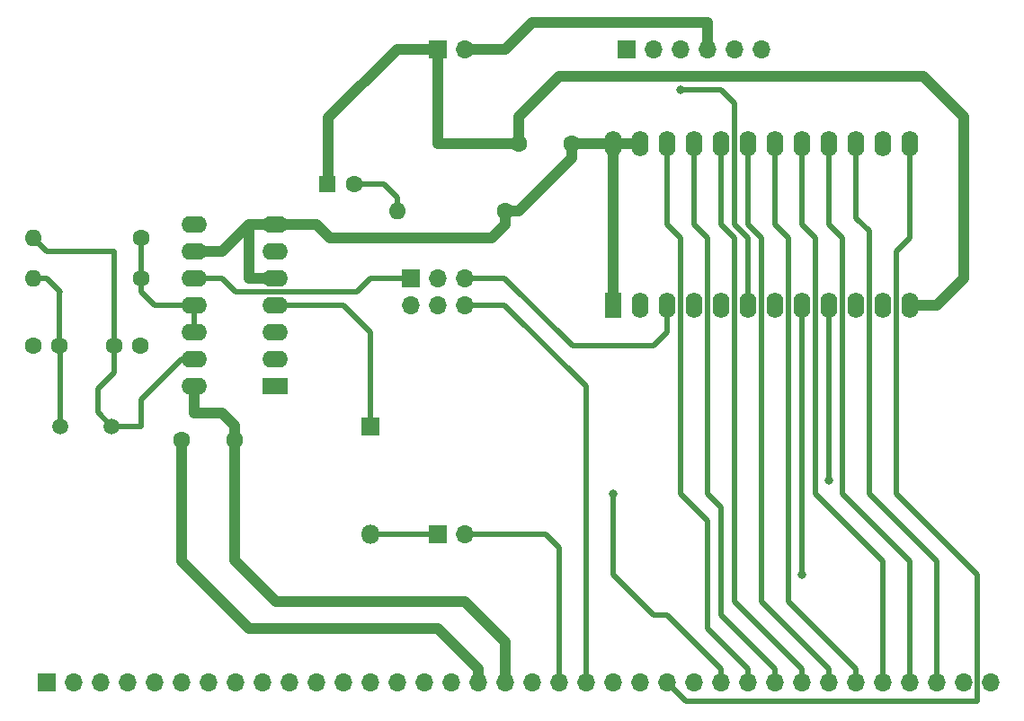
<source format=gbr>
%TF.GenerationSoftware,KiCad,Pcbnew,6.0.11+dfsg-1*%
%TF.CreationDate,2026-01-02T12:46:00+01:00*%
%TF.ProjectId,6750seriale,36373530-7365-4726-9961-6c652e6b6963,rev?*%
%TF.SameCoordinates,Original*%
%TF.FileFunction,Copper,L1,Top*%
%TF.FilePolarity,Positive*%
%FSLAX46Y46*%
G04 Gerber Fmt 4.6, Leading zero omitted, Abs format (unit mm)*
G04 Created by KiCad (PCBNEW 6.0.11+dfsg-1) date 2026-01-02 12:46:00*
%MOMM*%
%LPD*%
G01*
G04 APERTURE LIST*
%TA.AperFunction,ComponentPad*%
%ADD10R,1.700000X1.700000*%
%TD*%
%TA.AperFunction,ComponentPad*%
%ADD11O,1.700000X1.700000*%
%TD*%
%TA.AperFunction,ComponentPad*%
%ADD12R,1.800000X1.800000*%
%TD*%
%TA.AperFunction,ComponentPad*%
%ADD13O,1.800000X1.800000*%
%TD*%
%TA.AperFunction,ComponentPad*%
%ADD14C,1.600000*%
%TD*%
%TA.AperFunction,ComponentPad*%
%ADD15O,1.600000X1.600000*%
%TD*%
%TA.AperFunction,ComponentPad*%
%ADD16C,1.500000*%
%TD*%
%TA.AperFunction,ComponentPad*%
%ADD17R,1.600000X2.400000*%
%TD*%
%TA.AperFunction,ComponentPad*%
%ADD18O,1.600000X2.400000*%
%TD*%
%TA.AperFunction,ComponentPad*%
%ADD19R,1.600000X1.600000*%
%TD*%
%TA.AperFunction,ComponentPad*%
%ADD20R,2.400000X1.600000*%
%TD*%
%TA.AperFunction,ComponentPad*%
%ADD21O,2.400000X1.600000*%
%TD*%
%TA.AperFunction,ViaPad*%
%ADD22C,0.800000*%
%TD*%
%TA.AperFunction,Conductor*%
%ADD23C,0.500000*%
%TD*%
%TA.AperFunction,Conductor*%
%ADD24C,1.000000*%
%TD*%
G04 APERTURE END LIST*
D10*
%TO.P,RESET,1*%
%TO.N,N/C*%
X127000000Y-116840000D03*
D11*
%TO.P,RESET,2*%
X129540000Y-116840000D03*
%TD*%
D10*
%TO.P,VCC,1*%
%TO.N,N/C*%
X127000000Y-71120000D03*
D11*
%TO.P,VCC,2*%
X129540000Y-71120000D03*
%TD*%
D12*
%TO.P,4148,1*%
%TO.N,N/C*%
X120650000Y-106680000D03*
D13*
%TO.P,4148,2*%
X120650000Y-116840000D03*
%TD*%
D14*
%TO.P,1k,1*%
%TO.N,N/C*%
X99060000Y-92710000D03*
D15*
%TO.P,1k,2*%
X88900000Y-92710000D03*
%TD*%
D14*
%TO.P,22pF,1*%
%TO.N,N/C*%
X88900000Y-99060000D03*
%TO.P,22pF,2*%
X91400000Y-99060000D03*
%TD*%
D10*
%TO.P,REF\u002A\u002A,1*%
%TO.N,N/C*%
X90170000Y-130810000D03*
D11*
%TO.P,REF\u002A\u002A,2*%
X92710000Y-130810000D03*
%TO.P,REF\u002A\u002A,3*%
X95250000Y-130810000D03*
%TO.P,REF\u002A\u002A,4*%
X97790000Y-130810000D03*
%TO.P,REF\u002A\u002A,5*%
X100330000Y-130810000D03*
%TO.P,REF\u002A\u002A,6*%
X102870000Y-130810000D03*
%TO.P,REF\u002A\u002A,7*%
X105410000Y-130810000D03*
%TO.P,REF\u002A\u002A,8*%
X107950000Y-130810000D03*
%TO.P,REF\u002A\u002A,9*%
X110490000Y-130810000D03*
%TO.P,REF\u002A\u002A,10*%
X113030000Y-130810000D03*
%TO.P,REF\u002A\u002A,11*%
X115570000Y-130810000D03*
%TO.P,REF\u002A\u002A,12*%
X118110000Y-130810000D03*
%TO.P,REF\u002A\u002A,13*%
X120650000Y-130810000D03*
%TO.P,REF\u002A\u002A,14*%
X123190000Y-130810000D03*
%TO.P,REF\u002A\u002A,15*%
X125730000Y-130810000D03*
%TO.P,REF\u002A\u002A,16*%
X128270000Y-130810000D03*
%TO.P,REF\u002A\u002A,17*%
X130810000Y-130810000D03*
%TO.P,REF\u002A\u002A,18*%
X133350000Y-130810000D03*
%TO.P,REF\u002A\u002A,19*%
X135890000Y-130810000D03*
%TO.P,REF\u002A\u002A,20*%
X138430000Y-130810000D03*
%TO.P,REF\u002A\u002A,21*%
X140970000Y-130810000D03*
%TO.P,REF\u002A\u002A,22*%
X143510000Y-130810000D03*
%TO.P,REF\u002A\u002A,23*%
X146050000Y-130810000D03*
%TO.P,REF\u002A\u002A,24*%
X148590000Y-130810000D03*
%TO.P,REF\u002A\u002A,25*%
X151130000Y-130810000D03*
%TO.P,REF\u002A\u002A,26*%
X153670000Y-130810000D03*
%TO.P,REF\u002A\u002A,27*%
X156210000Y-130810000D03*
%TO.P,REF\u002A\u002A,28*%
X158750000Y-130810000D03*
%TO.P,REF\u002A\u002A,29*%
X161290000Y-130810000D03*
%TO.P,REF\u002A\u002A,30*%
X163830000Y-130810000D03*
%TO.P,REF\u002A\u002A,31*%
X166370000Y-130810000D03*
%TO.P,REF\u002A\u002A,32*%
X168910000Y-130810000D03*
%TO.P,REF\u002A\u002A,33*%
X171450000Y-130810000D03*
%TO.P,REF\u002A\u002A,34*%
X173990000Y-130810000D03*
%TO.P,REF\u002A\u002A,35*%
X176530000Y-130810000D03*
%TO.P,REF\u002A\u002A,36*%
X179070000Y-130810000D03*
%TD*%
D14*
%TO.P,100nF,1*%
%TO.N,N/C*%
X134620000Y-80010000D03*
%TO.P,100nF,2*%
X139620000Y-80010000D03*
%TD*%
%TO.P,REF\u002A\u002A,1*%
%TO.N,N/C*%
X102910000Y-107950000D03*
%TO.P,REF\u002A\u002A,2*%
X107910000Y-107950000D03*
%TD*%
%TO.P,100k,1*%
%TO.N,N/C*%
X133350000Y-86360000D03*
D15*
%TO.P,100k,2*%
X123190000Y-86360000D03*
%TD*%
D16*
%TO.P,73728,1*%
%TO.N,N/C*%
X91440000Y-106680000D03*
%TO.P,73728,2*%
X96340000Y-106680000D03*
%TD*%
D17*
%TO.P,MC68B50,1*%
%TO.N,N/C*%
X143505000Y-95230000D03*
D18*
%TO.P,MC68B50,2*%
X146045000Y-95230000D03*
%TO.P,MC68B50,3*%
X148585000Y-95230000D03*
%TO.P,MC68B50,4*%
X151125000Y-95230000D03*
%TO.P,MC68B50,5*%
X153665000Y-95230000D03*
%TO.P,MC68B50,6*%
X156205000Y-95230000D03*
%TO.P,MC68B50,7*%
X158745000Y-95230000D03*
%TO.P,MC68B50,8*%
X161285000Y-95230000D03*
%TO.P,MC68B50,9*%
X163825000Y-95230000D03*
%TO.P,MC68B50,10*%
X166365000Y-95230000D03*
%TO.P,MC68B50,11*%
X168905000Y-95230000D03*
%TO.P,MC68B50,12*%
X171445000Y-95230000D03*
%TO.P,MC68B50,13*%
X171445000Y-79990000D03*
%TO.P,MC68B50,14*%
X168905000Y-79990000D03*
%TO.P,MC68B50,15*%
X166365000Y-79990000D03*
%TO.P,MC68B50,16*%
X163825000Y-79990000D03*
%TO.P,MC68B50,17*%
X161285000Y-79990000D03*
%TO.P,MC68B50,18*%
X158745000Y-79990000D03*
%TO.P,MC68B50,19*%
X156205000Y-79990000D03*
%TO.P,MC68B50,20*%
X153665000Y-79990000D03*
%TO.P,MC68B50,21*%
X151125000Y-79990000D03*
%TO.P,MC68B50,22*%
X148585000Y-79990000D03*
%TO.P,MC68B50,23*%
X146045000Y-79990000D03*
%TO.P,MC68B50,24*%
X143505000Y-79990000D03*
%TD*%
D10*
%TO.P,REF\u002A\u002A,1*%
%TO.N,N/C*%
X144780000Y-71120000D03*
D11*
%TO.P,REF\u002A\u002A,2*%
X147320000Y-71120000D03*
%TO.P,REF\u002A\u002A,3*%
X149860000Y-71120000D03*
%TO.P,REF\u002A\u002A,4*%
X152400000Y-71120000D03*
%TO.P,REF\u002A\u002A,5*%
X154940000Y-71120000D03*
%TO.P,REF\u002A\u002A,6*%
X157480000Y-71120000D03*
%TD*%
D14*
%TO.P,22pF,1*%
%TO.N,N/C*%
X96520000Y-99060000D03*
%TO.P,22pF,2*%
X99020000Y-99060000D03*
%TD*%
D10*
%TO.P,REF\u002A\u002A,1*%
%TO.N,N/C*%
X124475000Y-92690000D03*
D11*
%TO.P,REF\u002A\u002A,2*%
X124475000Y-95230000D03*
%TO.P,REF\u002A\u002A,3*%
X127015000Y-92690000D03*
%TO.P,REF\u002A\u002A,4*%
X127015000Y-95230000D03*
%TO.P,REF\u002A\u002A,5*%
X129555000Y-92690000D03*
%TO.P,REF\u002A\u002A,6*%
X129555000Y-95230000D03*
%TD*%
D19*
%TO.P,REF\u002A\u002A,1*%
%TO.N,N/C*%
X116650888Y-83820000D03*
D14*
%TO.P,REF\u002A\u002A,2*%
X119150888Y-83820000D03*
%TD*%
D20*
%TO.P,74HC00,1*%
%TO.N,N/C*%
X111750000Y-102875000D03*
D21*
%TO.P,74HC00,2*%
X111750000Y-100335000D03*
%TO.P,74HC00,3*%
X111750000Y-97795000D03*
%TO.P,74HC00,4*%
X111750000Y-95255000D03*
%TO.P,74HC00,5*%
X111750000Y-92715000D03*
%TO.P,74HC00,6*%
X111750000Y-90175000D03*
%TO.P,74HC00,7*%
X111750000Y-87635000D03*
%TO.P,74HC00,8*%
X104130000Y-87635000D03*
%TO.P,74HC00,9*%
X104130000Y-90175000D03*
%TO.P,74HC00,10*%
X104130000Y-92715000D03*
%TO.P,74HC00,11*%
X104130000Y-95255000D03*
%TO.P,74HC00,12*%
X104130000Y-97795000D03*
%TO.P,74HC00,13*%
X104130000Y-100335000D03*
%TO.P,74HC00,14*%
X104130000Y-102875000D03*
%TD*%
D14*
%TO.P,1M,1*%
%TO.N,N/C*%
X99060000Y-88900000D03*
D15*
%TO.P,1M,2*%
X88900000Y-88900000D03*
%TD*%
D22*
%TO.N,*%
X161290000Y-120650000D03*
X163825000Y-111765000D03*
X143510000Y-113030000D03*
X149860000Y-74930000D03*
%TD*%
D23*
%TO.N,*%
X120650000Y-116840000D02*
X127000000Y-116840000D01*
D24*
X123190000Y-71120000D02*
X127000000Y-71120000D01*
D23*
X152400000Y-88900000D02*
X151140000Y-87640000D01*
X104130000Y-100335000D02*
X102865000Y-100335000D01*
X99060000Y-93980000D02*
X99060000Y-92710000D01*
X138430000Y-118110000D02*
X137160000Y-116840000D01*
X91400000Y-94020000D02*
X91400000Y-99060000D01*
X156210000Y-88900000D02*
X156205000Y-88905000D01*
X157480000Y-88900000D02*
X156210000Y-87630000D01*
X153670000Y-124460000D02*
X153670000Y-114300000D01*
D24*
X133350000Y-127000000D02*
X129540000Y-123190000D01*
X104130000Y-90175000D02*
X106675000Y-90175000D01*
X116713000Y-77597000D02*
X123190000Y-71120000D01*
D23*
X167640000Y-88265000D02*
X166380000Y-87005000D01*
X168910000Y-119380000D02*
X162560000Y-113030000D01*
X107950000Y-93980000D02*
X119380000Y-93980000D01*
X106685000Y-92715000D02*
X107950000Y-93980000D01*
X156210000Y-129540000D02*
X152400000Y-125730000D01*
X153670000Y-129540000D02*
X148590000Y-124460000D01*
D24*
X133350000Y-71120000D02*
X135890000Y-68580000D01*
D23*
X173990000Y-119380000D02*
X167640000Y-113030000D01*
D24*
X135890000Y-68580000D02*
X152400000Y-68580000D01*
D23*
X138430000Y-130810000D02*
X138430000Y-118110000D01*
X165100000Y-113030000D02*
X165100000Y-88900000D01*
X148590000Y-124460000D02*
X147320000Y-124460000D01*
X140970000Y-130810000D02*
X140970000Y-102870000D01*
D24*
X109225000Y-92715000D02*
X109220000Y-92710000D01*
D23*
X165100000Y-88900000D02*
X163830000Y-87630000D01*
X94996000Y-103124000D02*
X96520000Y-101600000D01*
D24*
X143505000Y-95230000D02*
X143505000Y-79990000D01*
X104140000Y-105410000D02*
X106680000Y-105410000D01*
X109225000Y-87635000D02*
X111750000Y-87635000D01*
X134620000Y-77470000D02*
X138430000Y-73660000D01*
D23*
X149860000Y-88900000D02*
X148590000Y-87630000D01*
D24*
X134620000Y-80010000D02*
X134620000Y-77470000D01*
D23*
X161290000Y-130810000D02*
X161290000Y-129540000D01*
X151140000Y-87640000D02*
X151140000Y-80000000D01*
X90170000Y-92710000D02*
X91440000Y-93980000D01*
X148585000Y-97795000D02*
X147320000Y-99060000D01*
X143510000Y-120650000D02*
X143510000Y-113030000D01*
X120670000Y-92690000D02*
X124475000Y-92690000D01*
D24*
X174010000Y-95230000D02*
X171445000Y-95230000D01*
D23*
X148600000Y-87620000D02*
X148600000Y-80000000D01*
D24*
X139620000Y-81360000D02*
X139620000Y-80010000D01*
D23*
X147320000Y-99060000D02*
X139700000Y-99060000D01*
X156210000Y-87630000D02*
X156210000Y-83820000D01*
X153670000Y-87630000D02*
X153680000Y-87620000D01*
X161290000Y-87630000D02*
X161300000Y-87620000D01*
X91440000Y-93980000D02*
X91400000Y-94020000D01*
X170180000Y-90170000D02*
X170180000Y-113030000D01*
D24*
X109220000Y-92710000D02*
X109220000Y-87640000D01*
D23*
X100335000Y-95255000D02*
X99060000Y-93980000D01*
X156210000Y-130810000D02*
X156210000Y-129540000D01*
X147320000Y-124460000D02*
X143510000Y-120650000D01*
X156205000Y-88905000D02*
X156205000Y-95230000D01*
X158750000Y-87630000D02*
X158750000Y-79990000D01*
X119380000Y-83820000D02*
X121920000Y-83820000D01*
X166380000Y-80000000D02*
X166370000Y-79990000D01*
D24*
X132080000Y-88900000D02*
X133350000Y-87630000D01*
X129540000Y-71120000D02*
X133350000Y-71120000D01*
D23*
X163825000Y-111765000D02*
X163825000Y-95230000D01*
X163830000Y-86360000D02*
X163840000Y-86350000D01*
X96340000Y-106680000D02*
X94996000Y-105336000D01*
X158750000Y-130810000D02*
X158750000Y-129540000D01*
X161300000Y-80000000D02*
X161290000Y-79990000D01*
X168910000Y-130810000D02*
X168910000Y-119380000D01*
X96520000Y-99060000D02*
X96520000Y-90170000D01*
D24*
X116840000Y-88900000D02*
X132080000Y-88900000D01*
D23*
X153680000Y-87620000D02*
X153680000Y-80000000D01*
X94996000Y-105336000D02*
X94996000Y-103124000D01*
X150368000Y-132588000D02*
X148590000Y-130810000D01*
X152400000Y-113030000D02*
X152400000Y-88900000D01*
X163830000Y-130810000D02*
X163830000Y-129540000D01*
X170180000Y-113030000D02*
X177800000Y-120650000D01*
X171445000Y-88905000D02*
X170180000Y-90170000D01*
X99060000Y-104140000D02*
X99060000Y-106680000D01*
X152400000Y-125730000D02*
X152400000Y-115570000D01*
X119380000Y-93980000D02*
X120670000Y-92690000D01*
X177800000Y-132588000D02*
X150368000Y-132588000D01*
D24*
X127000000Y-125730000D02*
X130810000Y-129540000D01*
D23*
X104130000Y-95255000D02*
X100335000Y-95255000D01*
X96520000Y-90170000D02*
X90170000Y-90170000D01*
D24*
X116840000Y-83820000D02*
X116713000Y-83693000D01*
X176530000Y-77470000D02*
X176530000Y-92710000D01*
D23*
X161300000Y-87620000D02*
X161300000Y-80000000D01*
X167640000Y-113030000D02*
X167640000Y-88265000D01*
X91440000Y-99100000D02*
X91400000Y-99060000D01*
D24*
X111750000Y-92715000D02*
X109225000Y-92715000D01*
X127000000Y-80010000D02*
X127000000Y-71120000D01*
D23*
X91440000Y-106680000D02*
X91440000Y-99100000D01*
X123190000Y-85090000D02*
X123190000Y-86360000D01*
D24*
X134620000Y-80010000D02*
X127000000Y-80010000D01*
X104130000Y-105400000D02*
X104140000Y-105410000D01*
X111750000Y-87635000D02*
X115575000Y-87635000D01*
D23*
X120650000Y-97790000D02*
X120650000Y-106680000D01*
X149860000Y-113030000D02*
X149860000Y-88900000D01*
D24*
X116713000Y-83693000D02*
X116713000Y-77597000D01*
X172720000Y-73660000D02*
X176530000Y-77470000D01*
D23*
X96520000Y-101600000D02*
X96520000Y-99060000D01*
X153670000Y-130810000D02*
X153670000Y-129540000D01*
X133330000Y-95230000D02*
X129555000Y-95230000D01*
X156220000Y-80000000D02*
X156210000Y-79990000D01*
D24*
X106680000Y-105410000D02*
X107910000Y-106640000D01*
X133350000Y-87630000D02*
X133350000Y-86360000D01*
X138430000Y-73660000D02*
X172720000Y-73660000D01*
D23*
X160020000Y-88900000D02*
X158750000Y-87630000D01*
X90170000Y-90170000D02*
X88900000Y-88900000D01*
D24*
X107910000Y-119340000D02*
X107910000Y-107950000D01*
D23*
X156220000Y-83810000D02*
X156220000Y-80000000D01*
D24*
X176530000Y-92710000D02*
X174010000Y-95230000D01*
D23*
X166380000Y-87005000D02*
X166380000Y-80000000D01*
X160020000Y-123190000D02*
X160020000Y-88900000D01*
X118115000Y-95255000D02*
X120650000Y-97790000D01*
X163830000Y-129540000D02*
X157480000Y-123190000D01*
D24*
X106675000Y-90175000D02*
X109215000Y-87635000D01*
X139620000Y-80010000D02*
X139640000Y-79990000D01*
X133350000Y-86360000D02*
X134620000Y-86360000D01*
D23*
X154940000Y-76200000D02*
X154940000Y-87630000D01*
X149860000Y-74930000D02*
X153670000Y-74930000D01*
X166370000Y-129540000D02*
X160020000Y-123190000D01*
X171450000Y-130810000D02*
X171450000Y-119380000D01*
X166370000Y-130810000D02*
X166370000Y-129540000D01*
D24*
X107910000Y-106640000D02*
X107910000Y-107950000D01*
X102910000Y-107950000D02*
X102910000Y-119420000D01*
X115575000Y-87635000D02*
X116840000Y-88900000D01*
D23*
X148590000Y-87630000D02*
X148600000Y-87620000D01*
D24*
X111760000Y-123190000D02*
X107910000Y-119340000D01*
D23*
X133330000Y-92690000D02*
X129555000Y-92690000D01*
D24*
X104130000Y-102875000D02*
X104130000Y-105400000D01*
D23*
X163830000Y-87630000D02*
X163830000Y-86360000D01*
X163840000Y-80000000D02*
X163830000Y-79990000D01*
X102865000Y-100335000D02*
X99060000Y-104140000D01*
X177800000Y-120650000D02*
X177800000Y-132588000D01*
D24*
X134620000Y-86360000D02*
X139620000Y-81360000D01*
X133350000Y-130810000D02*
X133350000Y-127000000D01*
D23*
X137160000Y-116840000D02*
X129540000Y-116840000D01*
X157480000Y-123190000D02*
X157480000Y-88900000D01*
X161290000Y-120650000D02*
X161285000Y-120645000D01*
D24*
X129540000Y-123190000D02*
X111760000Y-123190000D01*
D23*
X161285000Y-120645000D02*
X161285000Y-95230000D01*
X156210000Y-83820000D02*
X156220000Y-83810000D01*
D24*
X102910000Y-119420000D02*
X109220000Y-125730000D01*
D23*
X104130000Y-97795000D02*
X104130000Y-95255000D01*
X99060000Y-106680000D02*
X96340000Y-106680000D01*
X162560000Y-88900000D02*
X161290000Y-87630000D01*
D24*
X139640000Y-79990000D02*
X143505000Y-79990000D01*
D23*
X148585000Y-95230000D02*
X148585000Y-97795000D01*
D24*
X109220000Y-87640000D02*
X109225000Y-87635000D01*
X143505000Y-79990000D02*
X146045000Y-79990000D01*
D23*
X163840000Y-86350000D02*
X163840000Y-80000000D01*
D24*
X109215000Y-87635000D02*
X109225000Y-87635000D01*
D23*
X121920000Y-83820000D02*
X123190000Y-85090000D01*
X140970000Y-102870000D02*
X133330000Y-95230000D01*
X161290000Y-129540000D02*
X154940000Y-123190000D01*
X153680000Y-80000000D02*
X153670000Y-79990000D01*
X154940000Y-88900000D02*
X153670000Y-87630000D01*
D24*
X152400000Y-68580000D02*
X152400000Y-71120000D01*
D23*
X171450000Y-119380000D02*
X165100000Y-113030000D01*
D24*
X130810000Y-129540000D02*
X130810000Y-130810000D01*
D23*
X154940000Y-123190000D02*
X154940000Y-88900000D01*
X153670000Y-74930000D02*
X154940000Y-76200000D01*
X162560000Y-113030000D02*
X162560000Y-88900000D01*
X153670000Y-114300000D02*
X152400000Y-113030000D01*
X111750000Y-95255000D02*
X118115000Y-95255000D01*
X139700000Y-99060000D02*
X133330000Y-92690000D01*
X154940000Y-87630000D02*
X156210000Y-88900000D01*
X152400000Y-115570000D02*
X149860000Y-113030000D01*
X148600000Y-80000000D02*
X148590000Y-79990000D01*
X171445000Y-79990000D02*
X171445000Y-88905000D01*
X151140000Y-80000000D02*
X151130000Y-79990000D01*
X88900000Y-92710000D02*
X90170000Y-92710000D01*
X173990000Y-130810000D02*
X173990000Y-119380000D01*
D24*
X109220000Y-125730000D02*
X127000000Y-125730000D01*
D23*
X158750000Y-129540000D02*
X153670000Y-124460000D01*
X104130000Y-92715000D02*
X106685000Y-92715000D01*
X99060000Y-92710000D02*
X99060000Y-88900000D01*
%TD*%
M02*

</source>
